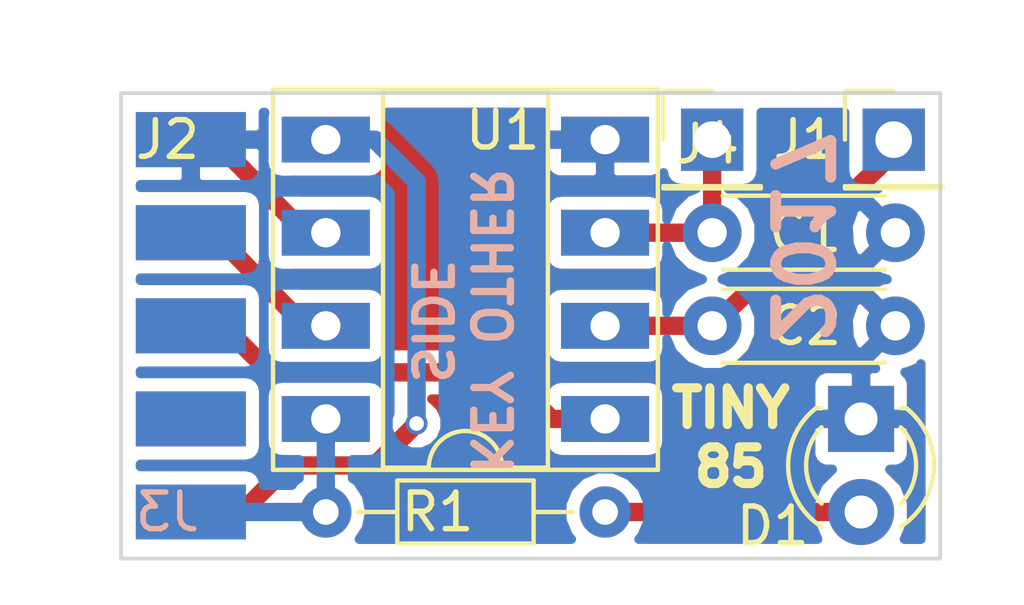
<source format=kicad_pcb>
(kicad_pcb (version 4) (host pcbnew 4.0.6)

  (general
    (links 15)
    (no_connects 0)
    (area 125.73 100.33 155.528334 117.705)
    (thickness 1.6)
    (drawings 15)
    (tracks 37)
    (zones 0)
    (modules 9)
    (nets 14)
  )

  (page A4)
  (layers
    (0 F.Cu signal)
    (31 B.Cu signal)
    (32 B.Adhes user)
    (33 F.Adhes user)
    (34 B.Paste user)
    (35 F.Paste user)
    (36 B.SilkS user)
    (37 F.SilkS user)
    (38 B.Mask user)
    (39 F.Mask user)
    (40 Dwgs.User user)
    (41 Cmts.User user)
    (42 Eco1.User user)
    (43 Eco2.User user hide)
    (44 Edge.Cuts user)
    (45 Margin user)
    (46 B.CrtYd user hide)
    (47 F.CrtYd user)
    (48 B.Fab user)
    (49 F.Fab user hide)
  )

  (setup
    (last_trace_width 0.5)
    (trace_clearance 0.2)
    (zone_clearance 0.35)
    (zone_45_only no)
    (trace_min 0.2)
    (segment_width 0.2)
    (edge_width 0.1)
    (via_size 0.6)
    (via_drill 0.4)
    (via_min_size 0.4)
    (via_min_drill 0.3)
    (uvia_size 0.3)
    (uvia_drill 0.1)
    (uvias_allowed no)
    (uvia_min_size 0.2)
    (uvia_min_drill 0.1)
    (pcb_text_width 0.3)
    (pcb_text_size 1.5 1.5)
    (mod_edge_width 0.15)
    (mod_text_size 1 1)
    (mod_text_width 0.15)
    (pad_size 1.5 1.5)
    (pad_drill 0.6)
    (pad_to_mask_clearance 0)
    (aux_axis_origin 0 0)
    (visible_elements 7FFFFFFF)
    (pcbplotparams
      (layerselection 0x00030_80000001)
      (usegerberextensions false)
      (excludeedgelayer true)
      (linewidth 0.100000)
      (plotframeref false)
      (viasonmask false)
      (mode 1)
      (useauxorigin false)
      (hpglpennumber 1)
      (hpglpenspeed 20)
      (hpglpendiameter 15)
      (hpglpenoverlay 2)
      (psnegative false)
      (psa4output false)
      (plotreference true)
      (plotvalue true)
      (plotinvisibletext false)
      (padsonsilk false)
      (subtractmaskfromsilk false)
      (outputformat 1)
      (mirror false)
      (drillshape 1)
      (scaleselection 1)
      (outputdirectory ""))
  )

  (net 0 "")
  (net 1 GND)
  (net 2 "Net-(D1-Pad2)")
  (net 3 "Net-(J2-Pad1)")
  (net 4 "Net-(J2-Pad3)")
  (net 5 "Net-(J2-Pad5)")
  (net 6 "Net-(J2-Pad2)")
  (net 7 "Net-(J2-Pad4)")
  (net 8 "Net-(J3-Pad3)")
  (net 9 "Net-(J3-Pad2)")
  (net 10 "Net-(J3-Pad4)")
  (net 11 "Net-(J3-Pad1)")
  (net 12 "Net-(C1-Pad1)")
  (net 13 "Net-(C2-Pad1)")

  (net_class Default "This is the default net class."
    (clearance 0.2)
    (trace_width 0.5)
    (via_dia 0.6)
    (via_drill 0.4)
    (uvia_dia 0.3)
    (uvia_drill 0.1)
    (add_net GND)
    (add_net "Net-(C1-Pad1)")
    (add_net "Net-(C2-Pad1)")
    (add_net "Net-(D1-Pad2)")
    (add_net "Net-(J2-Pad1)")
    (add_net "Net-(J2-Pad2)")
    (add_net "Net-(J2-Pad3)")
    (add_net "Net-(J2-Pad4)")
    (add_net "Net-(J2-Pad5)")
    (add_net "Net-(J3-Pad1)")
    (add_net "Net-(J3-Pad2)")
    (add_net "Net-(J3-Pad3)")
    (add_net "Net-(J3-Pad4)")
  )

  (module Pin_Headers:Pin_Header_Straight_1x05_Pitch2.54mm_SMD_Pin1Left (layer B.Cu) (tedit 5A06B4E0) (tstamp 5A06A26D)
    (at 130.937 109.22)
    (descr "surface-mounted straight pin header, 1x05, 2.54mm pitch, single row, style 1 (pin 1 left)")
    (tags "Surface mounted pin header SMD 1x05 2.54mm single row style1 pin1 left")
    (path /5A069E1A)
    (attr smd)
    (fp_text reference J3 (at -0.635 5.08) (layer B.SilkS)
      (effects (font (size 1 1) (thickness 0.15)) (justify mirror))
    )
    (fp_text value CONN_01X05 (at 0 -7.41) (layer B.Fab)
      (effects (font (size 1 1) (thickness 0.15)) (justify mirror))
    )
    (fp_line (start -3.45 6.85) (end -3.45 -6.85) (layer B.CrtYd) (width 0.05))
    (fp_line (start -3.45 -6.85) (end 3.45 -6.85) (layer B.CrtYd) (width 0.05))
    (fp_line (start 3.45 -6.85) (end 3.45 6.85) (layer B.CrtYd) (width 0.05))
    (fp_line (start 3.45 6.85) (end -3.45 6.85) (layer B.CrtYd) (width 0.05))
    (fp_text user %R (at 0 0 270) (layer B.Fab)
      (effects (font (size 1 1) (thickness 0.15)) (justify mirror))
    )
    (pad 1 smd rect (at 0 5.08) (size 3 1.5) (layers B.Cu B.Paste B.Mask)
      (net 11 "Net-(J3-Pad1)"))
    (pad 3 smd rect (at 0 0) (size 3 1.5) (layers B.Cu B.Paste B.Mask)
      (net 8 "Net-(J3-Pad3)"))
    (pad 5 smd rect (at 0 -5.08) (size 3 1.5) (layers B.Cu B.Paste B.Mask)
      (net 1 GND))
    (pad 2 smd rect (at 0 2.54) (size 3 1.5) (layers B.Cu B.Paste B.Mask)
      (net 9 "Net-(J3-Pad2)"))
    (pad 4 smd rect (at 0 -2.54) (size 3 1.5) (layers B.Cu B.Paste B.Mask)
      (net 10 "Net-(J3-Pad4)"))
    (model ${KISYS3DMOD}/Pin_Headers.3dshapes/Pin_Header_Straight_1x05_Pitch2.54mm_SMD_Pin1Left.wrl
      (at (xyz 0 0 0))
      (scale (xyz 1 1 1))
      (rotate (xyz 0 0 0))
    )
  )

  (module Housings_DIP:DIP-8_W7.62mm_Socket_LongPads (layer F.Cu) (tedit 5A06B4EA) (tstamp 5A06A046)
    (at 142.24 111.76 180)
    (descr "8-lead though-hole mounted DIP package, row spacing 7.62 mm (300 mils), Socket, LongPads")
    (tags "THT DIP DIL PDIP 2.54mm 7.62mm 300mil Socket LongPads")
    (path /5A06235D)
    (fp_text reference U1 (at 2.794 7.874 180) (layer F.SilkS)
      (effects (font (size 1 1) (thickness 0.15)))
    )
    (fp_text value ATTINY85-20PU (at 3.81 9.95 180) (layer F.Fab)
      (effects (font (size 1 1) (thickness 0.15)))
    )
    (fp_arc (start 3.81 -1.33) (end 2.81 -1.33) (angle -180) (layer F.SilkS) (width 0.12))
    (fp_line (start 1.635 -1.27) (end 6.985 -1.27) (layer F.Fab) (width 0.1))
    (fp_line (start 6.985 -1.27) (end 6.985 8.89) (layer F.Fab) (width 0.1))
    (fp_line (start 6.985 8.89) (end 0.635 8.89) (layer F.Fab) (width 0.1))
    (fp_line (start 0.635 8.89) (end 0.635 -0.27) (layer F.Fab) (width 0.1))
    (fp_line (start 0.635 -0.27) (end 1.635 -1.27) (layer F.Fab) (width 0.1))
    (fp_line (start -1.27 -1.33) (end -1.27 8.95) (layer F.Fab) (width 0.1))
    (fp_line (start -1.27 8.95) (end 8.89 8.95) (layer F.Fab) (width 0.1))
    (fp_line (start 8.89 8.95) (end 8.89 -1.33) (layer F.Fab) (width 0.1))
    (fp_line (start 8.89 -1.33) (end -1.27 -1.33) (layer F.Fab) (width 0.1))
    (fp_line (start 2.81 -1.33) (end 1.56 -1.33) (layer F.SilkS) (width 0.12))
    (fp_line (start 1.56 -1.33) (end 1.56 8.95) (layer F.SilkS) (width 0.12))
    (fp_line (start 1.56 8.95) (end 6.06 8.95) (layer F.SilkS) (width 0.12))
    (fp_line (start 6.06 8.95) (end 6.06 -1.33) (layer F.SilkS) (width 0.12))
    (fp_line (start 6.06 -1.33) (end 4.81 -1.33) (layer F.SilkS) (width 0.12))
    (fp_line (start -1.44 -1.39) (end -1.44 9.01) (layer F.SilkS) (width 0.12))
    (fp_line (start -1.44 9.01) (end 9.06 9.01) (layer F.SilkS) (width 0.12))
    (fp_line (start 9.06 9.01) (end 9.06 -1.39) (layer F.SilkS) (width 0.12))
    (fp_line (start 9.06 -1.39) (end -1.44 -1.39) (layer F.SilkS) (width 0.12))
    (fp_line (start -1.55 -1.6) (end -1.55 9.2) (layer F.CrtYd) (width 0.05))
    (fp_line (start -1.55 9.2) (end 9.15 9.2) (layer F.CrtYd) (width 0.05))
    (fp_line (start 9.15 9.2) (end 9.15 -1.6) (layer F.CrtYd) (width 0.05))
    (fp_line (start 9.15 -1.6) (end -1.55 -1.6) (layer F.CrtYd) (width 0.05))
    (fp_text user %R (at 3.81 3.81 180) (layer F.Fab)
      (effects (font (size 1 1) (thickness 0.15)))
    )
    (pad 1 thru_hole rect (at 0 0 180) (size 2.4 1.25) (drill 0.8) (layers *.Cu *.Mask)
      (net 4 "Net-(J2-Pad3)"))
    (pad 5 thru_hole rect (at 7.62 7.62 180) (size 2.4 1.25) (drill 0.8) (layers *.Cu *.Mask)
      (net 5 "Net-(J2-Pad5)"))
    (pad 2 thru_hole rect (at 0 2.54 180) (size 2.4 1.25) (drill 0.8) (layers *.Cu *.Mask)
      (net 13 "Net-(C2-Pad1)"))
    (pad 6 thru_hole rect (at 7.62 5.08 180) (size 2.4 1.25) (drill 0.8) (layers *.Cu *.Mask)
      (net 3 "Net-(J2-Pad1)"))
    (pad 3 thru_hole rect (at 0 5.08 180) (size 2.4 1.25) (drill 0.8) (layers *.Cu *.Mask)
      (net 12 "Net-(C1-Pad1)"))
    (pad 7 thru_hole rect (at 7.62 2.54 180) (size 2.4 1.25) (drill 0.8) (layers *.Cu *.Mask)
      (net 6 "Net-(J2-Pad2)"))
    (pad 4 thru_hole rect (at 0 7.62 180) (size 2.4 1.25) (drill 0.8) (layers *.Cu *.Mask)
      (net 1 GND))
    (pad 8 thru_hole rect (at 7.62 0 180) (size 2.4 1.25) (drill 0.8) (layers *.Cu *.Mask)
      (net 11 "Net-(J3-Pad1)"))
    (model ${KISYS3DMOD}/Housings_DIP.3dshapes/DIP-8_W7.62mm_Socket.wrl
      (at (xyz 0 0 0))
      (scale (xyz 1 1 1))
      (rotate (xyz 0 0 0))
    )
  )

  (module Pin_Headers:Pin_Header_Straight_1x05_Pitch2.54mm_SMD_Pin1Left (layer F.Cu) (tedit 5A06B4E2) (tstamp 5A06A02B)
    (at 130.937 109.22)
    (descr "surface-mounted straight pin header, 1x05, 2.54mm pitch, single row, style 1 (pin 1 left)")
    (tags "Surface mounted pin header SMD 1x05 2.54mm single row style1 pin1 left")
    (path /5A069DCD)
    (attr smd)
    (fp_text reference J2 (at -0.635 -5.08) (layer F.SilkS)
      (effects (font (size 1 1) (thickness 0.15)))
    )
    (fp_text value CONN_01X05 (at 0 7.41) (layer F.Fab)
      (effects (font (size 1 1) (thickness 0.15)))
    )
    (fp_line (start -3.45 -6.85) (end -3.45 6.85) (layer F.CrtYd) (width 0.05))
    (fp_line (start -3.45 6.85) (end 3.45 6.85) (layer F.CrtYd) (width 0.05))
    (fp_line (start 3.45 6.85) (end 3.45 -6.85) (layer F.CrtYd) (width 0.05))
    (fp_line (start 3.45 -6.85) (end -3.45 -6.85) (layer F.CrtYd) (width 0.05))
    (fp_text user %R (at 0 0 90) (layer F.Fab)
      (effects (font (size 1 1) (thickness 0.15)))
    )
    (pad 1 smd rect (at 0 -5.08) (size 3 1.5) (layers F.Cu F.Paste F.Mask)
      (net 3 "Net-(J2-Pad1)"))
    (pad 3 smd rect (at 0 0) (size 3 1.5) (layers F.Cu F.Paste F.Mask)
      (net 4 "Net-(J2-Pad3)"))
    (pad 5 smd rect (at 0 5.08) (size 3 1.5) (layers F.Cu F.Paste F.Mask)
      (net 5 "Net-(J2-Pad5)"))
    (pad 2 smd rect (at 0 -2.54) (size 3 1.5) (layers F.Cu F.Paste F.Mask)
      (net 6 "Net-(J2-Pad2)"))
    (pad 4 smd rect (at 0 2.54) (size 3 1.5) (layers F.Cu F.Paste F.Mask)
      (net 7 "Net-(J2-Pad4)"))
    (model ${KISYS3DMOD}/Pin_Headers.3dshapes/Pin_Header_Straight_1x05_Pitch2.54mm_SMD_Pin1Left.wrl
      (at (xyz 0 0 0))
      (scale (xyz 1 1 1))
      (rotate (xyz 0 0 0))
    )
  )

  (module LEDs:LED_D3.0mm (layer F.Cu) (tedit 5A08D8C9) (tstamp 5A06A01C)
    (at 149.225 111.76 270)
    (descr "LED, diameter 3.0mm, 2 pins")
    (tags "LED diameter 3.0mm 2 pins")
    (path /5A06278B)
    (fp_text reference D1 (at 2.921 2.413 540) (layer F.SilkS)
      (effects (font (size 1 1) (thickness 0.15)))
    )
    (fp_text value LED (at 1.27 2.96 270) (layer F.Fab)
      (effects (font (size 1 1) (thickness 0.15)))
    )
    (fp_arc (start 1.27 0) (end -0.23 -1.16619) (angle 284.3) (layer F.Fab) (width 0.1))
    (fp_arc (start 1.27 0) (end -0.29 -1.235516) (angle 108.8) (layer F.SilkS) (width 0.12))
    (fp_arc (start 1.27 0) (end -0.29 1.235516) (angle -108.8) (layer F.SilkS) (width 0.12))
    (fp_arc (start 1.27 0) (end 0.229039 -1.08) (angle 87.9) (layer F.SilkS) (width 0.12))
    (fp_arc (start 1.27 0) (end 0.229039 1.08) (angle -87.9) (layer F.SilkS) (width 0.12))
    (fp_circle (center 1.27 0) (end 2.77 0) (layer F.Fab) (width 0.1))
    (fp_line (start -0.23 -1.16619) (end -0.23 1.16619) (layer F.Fab) (width 0.1))
    (fp_line (start -0.29 -1.236) (end -0.29 -1.08) (layer F.SilkS) (width 0.12))
    (fp_line (start -0.29 1.08) (end -0.29 1.236) (layer F.SilkS) (width 0.12))
    (fp_line (start -1.15 -2.25) (end -1.15 2.25) (layer F.CrtYd) (width 0.05))
    (fp_line (start -1.15 2.25) (end 3.7 2.25) (layer F.CrtYd) (width 0.05))
    (fp_line (start 3.7 2.25) (end 3.7 -2.25) (layer F.CrtYd) (width 0.05))
    (fp_line (start 3.7 -2.25) (end -1.15 -2.25) (layer F.CrtYd) (width 0.05))
    (pad 1 thru_hole rect (at 0 0 270) (size 1.8 1.8) (drill 0.9) (layers *.Cu *.Mask)
      (net 1 GND))
    (pad 2 thru_hole circle (at 2.54 0 270) (size 1.8 1.8) (drill 0.9) (layers *.Cu *.Mask)
      (net 2 "Net-(D1-Pad2)"))
    (model ${KISYS3DMOD}/LEDs.3dshapes/LED_D3.0mm.wrl
      (at (xyz 0 0 0))
      (scale (xyz 0.393701 0.393701 0.393701))
      (rotate (xyz 0 0 0))
    )
  )

  (module Resistors_THT:R_Axial_DIN0204_L3.6mm_D1.6mm_P7.62mm_Horizontal (layer F.Cu) (tedit 5A06B4E7) (tstamp 5A06A03A)
    (at 142.24 114.3 180)
    (descr "Resistor, Axial_DIN0204 series, Axial, Horizontal, pin pitch=7.62mm, 0.16666666666666666W = 1/6W, length*diameter=3.6*1.6mm^2, http://cdn-reichelt.de/documents/datenblatt/B400/1_4W%23YAG.pdf")
    (tags "Resistor Axial_DIN0204 series Axial Horizontal pin pitch 7.62mm 0.16666666666666666W = 1/6W length 3.6mm diameter 1.6mm")
    (path /5A06274B)
    (fp_text reference R1 (at 4.572 0 180) (layer F.SilkS)
      (effects (font (size 1 1) (thickness 0.15)))
    )
    (fp_text value R (at 3.81 1.86 180) (layer F.Fab)
      (effects (font (size 1 1) (thickness 0.15)))
    )
    (fp_line (start 2.01 -0.8) (end 2.01 0.8) (layer F.Fab) (width 0.1))
    (fp_line (start 2.01 0.8) (end 5.61 0.8) (layer F.Fab) (width 0.1))
    (fp_line (start 5.61 0.8) (end 5.61 -0.8) (layer F.Fab) (width 0.1))
    (fp_line (start 5.61 -0.8) (end 2.01 -0.8) (layer F.Fab) (width 0.1))
    (fp_line (start 0 0) (end 2.01 0) (layer F.Fab) (width 0.1))
    (fp_line (start 7.62 0) (end 5.61 0) (layer F.Fab) (width 0.1))
    (fp_line (start 1.95 -0.86) (end 1.95 0.86) (layer F.SilkS) (width 0.12))
    (fp_line (start 1.95 0.86) (end 5.67 0.86) (layer F.SilkS) (width 0.12))
    (fp_line (start 5.67 0.86) (end 5.67 -0.86) (layer F.SilkS) (width 0.12))
    (fp_line (start 5.67 -0.86) (end 1.95 -0.86) (layer F.SilkS) (width 0.12))
    (fp_line (start 0.88 0) (end 1.95 0) (layer F.SilkS) (width 0.12))
    (fp_line (start 6.74 0) (end 5.67 0) (layer F.SilkS) (width 0.12))
    (fp_line (start -0.95 -1.15) (end -0.95 1.15) (layer F.CrtYd) (width 0.05))
    (fp_line (start -0.95 1.15) (end 8.6 1.15) (layer F.CrtYd) (width 0.05))
    (fp_line (start 8.6 1.15) (end 8.6 -1.15) (layer F.CrtYd) (width 0.05))
    (fp_line (start 8.6 -1.15) (end -0.95 -1.15) (layer F.CrtYd) (width 0.05))
    (pad 1 thru_hole circle (at 0 0 180) (size 1.4 1.4) (drill 0.7) (layers *.Cu *.Mask)
      (net 2 "Net-(D1-Pad2)"))
    (pad 2 thru_hole oval (at 7.62 0 180) (size 1.4 1.4) (drill 0.7) (layers *.Cu *.Mask)
      (net 11 "Net-(J3-Pad1)"))
    (model ${KISYS3DMOD}/Resistors_THT.3dshapes/R_Axial_DIN0204_L3.6mm_D1.6mm_P7.62mm_Horizontal.wrl
      (at (xyz 0 0 0))
      (scale (xyz 0.393701 0.393701 0.393701))
      (rotate (xyz 0 0 0))
    )
  )

  (module Capacitors_THT:C_Disc_D4.3mm_W1.9mm_P5.00mm (layer F.Cu) (tedit 5A06BF96) (tstamp 5A06BDCC)
    (at 145.161 106.68)
    (descr "C, Disc series, Radial, pin pitch=5.00mm, , diameter*width=4.3*1.9mm^2, Capacitor, http://www.vishay.com/docs/45233/krseries.pdf")
    (tags "C Disc series Radial pin pitch 5.00mm  diameter 4.3mm width 1.9mm Capacitor")
    (path /5A06C14C)
    (fp_text reference C1 (at 2.54 0) (layer F.SilkS)
      (effects (font (size 1 1) (thickness 0.15)))
    )
    (fp_text value C_Small (at 2.5 2.26) (layer F.Fab)
      (effects (font (size 1 1) (thickness 0.15)))
    )
    (fp_line (start 0.35 -0.95) (end 0.35 0.95) (layer F.Fab) (width 0.1))
    (fp_line (start 0.35 0.95) (end 4.65 0.95) (layer F.Fab) (width 0.1))
    (fp_line (start 4.65 0.95) (end 4.65 -0.95) (layer F.Fab) (width 0.1))
    (fp_line (start 4.65 -0.95) (end 0.35 -0.95) (layer F.Fab) (width 0.1))
    (fp_line (start 0.29 -1.01) (end 4.71 -1.01) (layer F.SilkS) (width 0.12))
    (fp_line (start 0.29 1.01) (end 4.71 1.01) (layer F.SilkS) (width 0.12))
    (fp_line (start 0.29 -1.01) (end 0.29 -0.996) (layer F.SilkS) (width 0.12))
    (fp_line (start 0.29 0.996) (end 0.29 1.01) (layer F.SilkS) (width 0.12))
    (fp_line (start 4.71 -1.01) (end 4.71 -0.996) (layer F.SilkS) (width 0.12))
    (fp_line (start 4.71 0.996) (end 4.71 1.01) (layer F.SilkS) (width 0.12))
    (fp_line (start -1.05 -1.3) (end -1.05 1.3) (layer F.CrtYd) (width 0.05))
    (fp_line (start -1.05 1.3) (end 6.05 1.3) (layer F.CrtYd) (width 0.05))
    (fp_line (start 6.05 1.3) (end 6.05 -1.3) (layer F.CrtYd) (width 0.05))
    (fp_line (start 6.05 -1.3) (end -1.05 -1.3) (layer F.CrtYd) (width 0.05))
    (fp_text user %R (at 2.5 0) (layer F.Fab)
      (effects (font (size 1 1) (thickness 0.15)))
    )
    (pad 1 thru_hole circle (at 0 0) (size 1.6 1.6) (drill 0.8) (layers *.Cu *.Mask)
      (net 12 "Net-(C1-Pad1)"))
    (pad 2 thru_hole circle (at 5 0) (size 1.6 1.6) (drill 0.8) (layers *.Cu *.Mask)
      (net 1 GND))
    (model ${KISYS3DMOD}/Capacitors_THT.3dshapes/C_Disc_D4.3mm_W1.9mm_P5.00mm.wrl
      (at (xyz 0 0 0))
      (scale (xyz 1 1 1))
      (rotate (xyz 0 0 0))
    )
  )

  (module Capacitors_THT:C_Disc_D4.3mm_W1.9mm_P5.00mm (layer F.Cu) (tedit 5A06BF90) (tstamp 5A06BDD2)
    (at 145.161 109.22)
    (descr "C, Disc series, Radial, pin pitch=5.00mm, , diameter*width=4.3*1.9mm^2, Capacitor, http://www.vishay.com/docs/45233/krseries.pdf")
    (tags "C Disc series Radial pin pitch 5.00mm  diameter 4.3mm width 1.9mm Capacitor")
    (path /5A06C1E5)
    (fp_text reference C2 (at 2.54 0) (layer F.SilkS)
      (effects (font (size 1 1) (thickness 0.15)))
    )
    (fp_text value C_Small (at 2.5 2.26) (layer F.Fab)
      (effects (font (size 1 1) (thickness 0.15)))
    )
    (fp_line (start 0.35 -0.95) (end 0.35 0.95) (layer F.Fab) (width 0.1))
    (fp_line (start 0.35 0.95) (end 4.65 0.95) (layer F.Fab) (width 0.1))
    (fp_line (start 4.65 0.95) (end 4.65 -0.95) (layer F.Fab) (width 0.1))
    (fp_line (start 4.65 -0.95) (end 0.35 -0.95) (layer F.Fab) (width 0.1))
    (fp_line (start 0.29 -1.01) (end 4.71 -1.01) (layer F.SilkS) (width 0.12))
    (fp_line (start 0.29 1.01) (end 4.71 1.01) (layer F.SilkS) (width 0.12))
    (fp_line (start 0.29 -1.01) (end 0.29 -0.996) (layer F.SilkS) (width 0.12))
    (fp_line (start 0.29 0.996) (end 0.29 1.01) (layer F.SilkS) (width 0.12))
    (fp_line (start 4.71 -1.01) (end 4.71 -0.996) (layer F.SilkS) (width 0.12))
    (fp_line (start 4.71 0.996) (end 4.71 1.01) (layer F.SilkS) (width 0.12))
    (fp_line (start -1.05 -1.3) (end -1.05 1.3) (layer F.CrtYd) (width 0.05))
    (fp_line (start -1.05 1.3) (end 6.05 1.3) (layer F.CrtYd) (width 0.05))
    (fp_line (start 6.05 1.3) (end 6.05 -1.3) (layer F.CrtYd) (width 0.05))
    (fp_line (start 6.05 -1.3) (end -1.05 -1.3) (layer F.CrtYd) (width 0.05))
    (fp_text user %R (at 2.5 0) (layer F.Fab)
      (effects (font (size 1 1) (thickness 0.15)))
    )
    (pad 1 thru_hole circle (at 0 0) (size 1.6 1.6) (drill 0.8) (layers *.Cu *.Mask)
      (net 13 "Net-(C2-Pad1)"))
    (pad 2 thru_hole circle (at 5 0) (size 1.6 1.6) (drill 0.8) (layers *.Cu *.Mask)
      (net 1 GND))
    (model ${KISYS3DMOD}/Capacitors_THT.3dshapes/C_Disc_D4.3mm_W1.9mm_P5.00mm.wrl
      (at (xyz 0 0 0))
      (scale (xyz 1 1 1))
      (rotate (xyz 0 0 0))
    )
  )

  (module Pin_Headers:Pin_Header_Straight_1x01_Pitch2.54mm (layer F.Cu) (tedit 5A06BFC6) (tstamp 5A06BDD7)
    (at 150.114 104.14)
    (descr "Through hole straight pin header, 1x01, 2.54mm pitch, single row")
    (tags "Through hole pin header THT 1x01 2.54mm single row")
    (path /5A06C36C)
    (fp_text reference J4 (at -5.08 0.127) (layer F.SilkS)
      (effects (font (size 1 1) (thickness 0.15)))
    )
    (fp_text value CONN_01X01 (at 0 2.33) (layer F.Fab)
      (effects (font (size 1 1) (thickness 0.15)))
    )
    (fp_line (start -0.635 -1.27) (end 1.27 -1.27) (layer F.Fab) (width 0.1))
    (fp_line (start 1.27 -1.27) (end 1.27 1.27) (layer F.Fab) (width 0.1))
    (fp_line (start 1.27 1.27) (end -1.27 1.27) (layer F.Fab) (width 0.1))
    (fp_line (start -1.27 1.27) (end -1.27 -0.635) (layer F.Fab) (width 0.1))
    (fp_line (start -1.27 -0.635) (end -0.635 -1.27) (layer F.Fab) (width 0.1))
    (fp_line (start -1.33 1.33) (end 1.33 1.33) (layer F.SilkS) (width 0.12))
    (fp_line (start -1.33 1.27) (end -1.33 1.33) (layer F.SilkS) (width 0.12))
    (fp_line (start 1.33 1.27) (end 1.33 1.33) (layer F.SilkS) (width 0.12))
    (fp_line (start -1.33 1.27) (end 1.33 1.27) (layer F.SilkS) (width 0.12))
    (fp_line (start -1.33 0) (end -1.33 -1.33) (layer F.SilkS) (width 0.12))
    (fp_line (start -1.33 -1.33) (end 0 -1.33) (layer F.SilkS) (width 0.12))
    (fp_line (start -1.8 -1.8) (end -1.8 1.8) (layer F.CrtYd) (width 0.05))
    (fp_line (start -1.8 1.8) (end 1.8 1.8) (layer F.CrtYd) (width 0.05))
    (fp_line (start 1.8 1.8) (end 1.8 -1.8) (layer F.CrtYd) (width 0.05))
    (fp_line (start 1.8 -1.8) (end -1.8 -1.8) (layer F.CrtYd) (width 0.05))
    (fp_text user %R (at 0 0 90) (layer F.Fab)
      (effects (font (size 1 1) (thickness 0.15)))
    )
    (pad 1 thru_hole rect (at 0 0) (size 1.7 1.7) (drill 1) (layers *.Cu *.Mask)
      (net 13 "Net-(C2-Pad1)"))
    (model ${KISYS3DMOD}/Pin_Headers.3dshapes/Pin_Header_Straight_1x01_Pitch2.54mm.wrl
      (at (xyz 0 0 0))
      (scale (xyz 1 1 1))
      (rotate (xyz 0 0 0))
    )
  )

  (module Pin_Headers:Pin_Header_Straight_1x01_Pitch2.54mm (layer F.Cu) (tedit 5A06BFCA) (tstamp 5A06BE02)
    (at 145.161 104.14)
    (descr "Through hole straight pin header, 1x01, 2.54mm pitch, single row")
    (tags "Through hole pin header THT 1x01 2.54mm single row")
    (path /5A06C29B)
    (fp_text reference J1 (at 2.54 0) (layer F.SilkS)
      (effects (font (size 1 1) (thickness 0.15)))
    )
    (fp_text value CONN_01X01 (at 0 2.33) (layer F.Fab)
      (effects (font (size 1 1) (thickness 0.15)))
    )
    (fp_line (start -0.635 -1.27) (end 1.27 -1.27) (layer F.Fab) (width 0.1))
    (fp_line (start 1.27 -1.27) (end 1.27 1.27) (layer F.Fab) (width 0.1))
    (fp_line (start 1.27 1.27) (end -1.27 1.27) (layer F.Fab) (width 0.1))
    (fp_line (start -1.27 1.27) (end -1.27 -0.635) (layer F.Fab) (width 0.1))
    (fp_line (start -1.27 -0.635) (end -0.635 -1.27) (layer F.Fab) (width 0.1))
    (fp_line (start -1.33 1.33) (end 1.33 1.33) (layer F.SilkS) (width 0.12))
    (fp_line (start -1.33 1.27) (end -1.33 1.33) (layer F.SilkS) (width 0.12))
    (fp_line (start 1.33 1.27) (end 1.33 1.33) (layer F.SilkS) (width 0.12))
    (fp_line (start -1.33 1.27) (end 1.33 1.27) (layer F.SilkS) (width 0.12))
    (fp_line (start -1.33 0) (end -1.33 -1.33) (layer F.SilkS) (width 0.12))
    (fp_line (start -1.33 -1.33) (end 0 -1.33) (layer F.SilkS) (width 0.12))
    (fp_line (start -1.8 -1.8) (end -1.8 1.8) (layer F.CrtYd) (width 0.05))
    (fp_line (start -1.8 1.8) (end 1.8 1.8) (layer F.CrtYd) (width 0.05))
    (fp_line (start 1.8 1.8) (end 1.8 -1.8) (layer F.CrtYd) (width 0.05))
    (fp_line (start 1.8 -1.8) (end -1.8 -1.8) (layer F.CrtYd) (width 0.05))
    (fp_text user %R (at 0 0 90) (layer F.Fab)
      (effects (font (size 1 1) (thickness 0.15)))
    )
    (pad 1 thru_hole rect (at 0 0) (size 1.7 1.7) (drill 1) (layers *.Cu *.Mask)
      (net 12 "Net-(C1-Pad1)"))
    (model ${KISYS3DMOD}/Pin_Headers.3dshapes/Pin_Header_Straight_1x01_Pitch2.54mm.wrl
      (at (xyz 0 0 0))
      (scale (xyz 1 1 1))
      (rotate (xyz 0 0 0))
    )
  )

  (gr_text 2017 (at 147.574 106.807 270) (layer B.SilkS)
    (effects (font (size 1.5 1.5) (thickness 0.3)) (justify mirror))
  )
  (gr_line (start 151.384 102.87) (end 148.082 102.87) (angle 90) (layer Edge.Cuts) (width 0.1))
  (gr_line (start 148.082 115.57) (end 151.384 115.57) (angle 90) (layer Edge.Cuts) (width 0.1))
  (gr_text "KEY OTHER\nSIDE" (at 138.303 109.093 270) (layer B.SilkS)
    (effects (font (size 1 1) (thickness 0.2)) (justify mirror))
  )
  (gr_text "TINY\n85" (at 145.669 112.268) (layer F.SilkS)
    (effects (font (size 1 1) (thickness 0.25)))
  )
  (gr_line (start 129.032 115.57) (end 129.032 102.87) (angle 90) (layer Edge.Cuts) (width 0.1))
  (gr_line (start 151.384 102.87) (end 151.384 115.57) (angle 90) (layer Edge.Cuts) (width 0.1))
  (gr_line (start 147.574 115.57) (end 148.082 115.57) (angle 90) (layer Edge.Cuts) (width 0.1))
  (gr_line (start 147.574 102.87) (end 148.082 102.87) (angle 90) (layer Edge.Cuts) (width 0.1))
  (gr_line (start 129.286 115.57) (end 129.032 115.57) (angle 90) (layer Edge.Cuts) (width 0.1))
  (gr_line (start 129.286 102.87) (end 129.032 102.87) (angle 90) (layer Edge.Cuts) (width 0.1))
  (gr_line (start 147.32 102.87) (end 147.574 102.87) (angle 90) (layer Edge.Cuts) (width 0.1))
  (gr_line (start 147.32 115.57) (end 147.574 115.57) (angle 90) (layer Edge.Cuts) (width 0.1))
  (gr_line (start 147.32 102.87) (end 129.286 102.87) (angle 90) (layer Edge.Cuts) (width 0.1))
  (gr_line (start 129.286 115.57) (end 147.32 115.57) (angle 90) (layer Edge.Cuts) (width 0.1))

  (segment (start 142.24 114.3) (end 149.225 114.3) (width 0.5) (layer F.Cu) (net 2) (status 20))
  (segment (start 130.937 104.14) (end 131.572 104.14) (width 0.5) (layer F.Cu) (net 3) (status 30))
  (segment (start 131.572 104.14) (end 134.0485 106.68) (width 0.5) (layer F.Cu) (net 3) (tstamp 5A06B13E) (status 10))
  (segment (start 134.0485 106.68) (end 134.62 106.68) (width 0.5) (layer F.Cu) (net 3) (tstamp 5A06B13F))
  (segment (start 131.318 104.0765) (end 130.937 104.14) (width 0.5) (layer F.Cu) (net 3) (tstamp 5A06AC4F) (status 30))
  (segment (start 134.62 106.68) (end 133.858 106.68) (width 0.5) (layer F.Cu) (net 3))
  (segment (start 131.191 104.394) (end 130.937 104.14) (width 0.5) (layer F.Cu) (net 3) (tstamp 5A06A4F4) (status 30))
  (segment (start 130.937 109.22) (end 131.826 109.22) (width 0.5) (layer F.Cu) (net 4))
  (segment (start 131.826 109.22) (end 133.096 110.49) (width 0.5) (layer F.Cu) (net 4) (tstamp 5A06B1C6))
  (segment (start 140.7795 111.76) (end 142.24 111.76) (width 0.5) (layer F.Cu) (net 4) (tstamp 5A06B1D0))
  (segment (start 139.5095 110.49) (end 140.7795 111.76) (width 0.5) (layer F.Cu) (net 4) (tstamp 5A06B1CC))
  (segment (start 133.096 110.49) (end 139.5095 110.49) (width 0.5) (layer F.Cu) (net 4) (tstamp 5A06B1C8))
  (segment (start 130.937 109.22) (end 131.826 109.1565) (width 0.5) (layer F.Cu) (net 4) (status 30))
  (segment (start 131.318 109.601) (end 130.937 109.601) (width 0.5) (layer F.Cu) (net 4) (tstamp 5A06A610) (status 30))
  (segment (start 130.937 114.3) (end 132.334 114.3) (width 0.5) (layer F.Cu) (net 5))
  (segment (start 132.334 114.3) (end 133.604 113.03) (width 0.5) (layer F.Cu) (net 5) (tstamp 5A06B195))
  (segment (start 135.9535 104.14) (end 134.62 104.14) (width 0.5) (layer B.Cu) (net 5) (tstamp 5A06B1A2))
  (segment (start 137.0965 105.283) (end 135.9535 104.14) (width 0.5) (layer B.Cu) (net 5) (tstamp 5A06B19C))
  (segment (start 137.0965 111.887) (end 137.0965 105.283) (width 0.5) (layer B.Cu) (net 5) (tstamp 5A06B19B))
  (via (at 137.0965 111.887) (size 0.6) (drill 0.4) (layers F.Cu B.Cu) (net 5))
  (segment (start 135.9535 113.03) (end 137.0965 111.887) (width 0.5) (layer F.Cu) (net 5) (tstamp 5A06B199))
  (segment (start 133.604 113.03) (end 135.9535 113.03) (width 0.5) (layer F.Cu) (net 5) (tstamp 5A06B197))
  (segment (start 132.207 114.3) (end 130.937 114.3) (width 0.5) (layer F.Cu) (net 5) (tstamp 5A06B0B9) (status 30))
  (segment (start 133.9215 104.14) (end 134.62 104.14) (width 0.5) (layer B.Cu) (net 5) (tstamp 5A06ACAB))
  (segment (start 130.937 114.3) (end 129.794 114.3) (width 0.5) (layer F.Cu) (net 5) (status 30))
  (segment (start 130.937 106.68) (end 131.572 106.68) (width 0.5) (layer F.Cu) (net 6) (status 30))
  (segment (start 131.572 106.68) (end 134.0485 109.22) (width 0.5) (layer F.Cu) (net 6) (tstamp 5A06B13A) (status 10))
  (segment (start 134.0485 109.22) (end 134.62 109.22) (width 0.5) (layer F.Cu) (net 6) (tstamp 5A06B13B))
  (segment (start 131.318 106.6165) (end 130.937 106.68) (width 0.5) (layer F.Cu) (net 6) (tstamp 5A06AC54) (status 30))
  (segment (start 134.62 109.22) (end 133.858 109.22) (width 0.5) (layer F.Cu) (net 6))
  (segment (start 131.191 106.934) (end 130.937 106.68) (width 0.5) (layer F.Cu) (net 6) (tstamp 5A06A4F0) (status 30))
  (segment (start 134.62 114.3) (end 134.62 111.76) (width 0.5) (layer B.Cu) (net 11))
  (segment (start 130.937 114.3) (end 134.62 114.3) (width 0.5) (layer B.Cu) (net 11))
  (segment (start 145.161 104.14) (end 145.161 106.68) (width 0.5) (layer F.Cu) (net 12) (status 20))
  (segment (start 145.161 106.68) (end 142.24 106.68) (width 0.5) (layer F.Cu) (net 12) (tstamp 5A06BEC5) (status 10))
  (segment (start 142.24 109.22) (end 145.161 109.22) (width 0.5) (layer F.Cu) (net 13) (status 20))
  (segment (start 150.495 104.14) (end 145.161 109.22) (width 0.5) (layer F.Cu) (net 13) (status 10))

  (zone (net 1) (net_name GND) (layer F.Cu) (tstamp 5A06BF59) (hatch edge 0.508)
    (connect_pads (clearance 0.35))
    (min_thickness 0.254)
    (fill yes (arc_segments 16) (thermal_gap 0.35) (thermal_bridge_width 0.5))
    (polygon
      (pts
        (xy 153.67 116.84) (xy 125.73 116.84) (xy 125.73 100.33) (xy 153.67 100.33)
      )
    )
    (filled_polygon
      (pts
        (xy 140.563 103.420119) (xy 140.563 103.89775) (xy 140.68225 104.017) (xy 142.117 104.017) (xy 142.117 103.997)
        (xy 142.363 103.997) (xy 142.363 104.017) (xy 142.383 104.017) (xy 142.383 104.263) (xy 142.363 104.263)
        (xy 142.363 105.12275) (xy 142.48225 105.242) (xy 143.534881 105.242) (xy 143.710199 105.169381) (xy 143.834938 105.044642)
        (xy 143.857917 105.166765) (xy 143.962385 105.329113) (xy 144.121785 105.438027) (xy 144.311 105.476344) (xy 144.434 105.476344)
        (xy 144.434 105.601356) (xy 144.081741 105.953) (xy 143.907151 105.953) (xy 143.893083 105.878235) (xy 143.788615 105.715887)
        (xy 143.629215 105.606973) (xy 143.44 105.568656) (xy 141.04 105.568656) (xy 140.863235 105.601917) (xy 140.700887 105.706385)
        (xy 140.591973 105.865785) (xy 140.553656 106.055) (xy 140.553656 107.305) (xy 140.586917 107.481765) (xy 140.691385 107.644113)
        (xy 140.850785 107.753027) (xy 141.04 107.791344) (xy 143.44 107.791344) (xy 143.616765 107.758083) (xy 143.779113 107.653615)
        (xy 143.888027 107.494215) (xy 143.905688 107.407) (xy 144.082356 107.407) (xy 144.436693 107.761957) (xy 144.890088 107.950223)
        (xy 144.438583 108.136781) (xy 144.081741 108.493) (xy 143.907151 108.493) (xy 143.893083 108.418235) (xy 143.788615 108.255887)
        (xy 143.629215 108.146973) (xy 143.44 108.108656) (xy 141.04 108.108656) (xy 140.863235 108.141917) (xy 140.700887 108.246385)
        (xy 140.591973 108.405785) (xy 140.553656 108.595) (xy 140.553656 109.845) (xy 140.586917 110.021765) (xy 140.691385 110.184113)
        (xy 140.850785 110.293027) (xy 141.04 110.331344) (xy 143.44 110.331344) (xy 143.616765 110.298083) (xy 143.779113 110.193615)
        (xy 143.888027 110.034215) (xy 143.905688 109.947) (xy 144.082356 109.947) (xy 144.436693 110.301957) (xy 144.905875 110.496778)
        (xy 145.413897 110.497221) (xy 145.883417 110.303219) (xy 146.242957 109.944307) (xy 146.437778 109.475125) (xy 146.43816 109.037011)
        (xy 148.871906 109.037011) (xy 148.900006 109.544254) (xy 149.040059 109.882375) (xy 149.242217 109.964834) (xy 149.987052 109.22)
        (xy 149.242217 108.475166) (xy 149.040059 108.557625) (xy 148.871906 109.037011) (xy 146.43816 109.037011) (xy 146.438186 109.007584)
        (xy 148.882048 106.680096) (xy 148.900006 107.004254) (xy 149.040059 107.342375) (xy 149.242217 107.424834) (xy 149.987052 106.68)
        (xy 149.97291 106.665858) (xy 150.146858 106.491909) (xy 150.161 106.506052) (xy 150.175142 106.491909) (xy 150.349091 106.665858)
        (xy 150.334948 106.68) (xy 150.349091 106.694142) (xy 150.175142 106.868091) (xy 150.161 106.853948) (xy 149.416166 107.598783)
        (xy 149.498625 107.800941) (xy 149.933906 107.953624) (xy 149.836746 107.959006) (xy 149.498625 108.099059) (xy 149.416166 108.301217)
        (xy 150.161 109.046052) (xy 150.175142 109.031909) (xy 150.349091 109.205858) (xy 150.334948 109.22) (xy 150.349091 109.234142)
        (xy 150.175142 109.408091) (xy 150.161 109.393948) (xy 149.416166 110.138783) (xy 149.498625 110.340941) (xy 149.618531 110.383)
        (xy 149.46725 110.383) (xy 149.348 110.50225) (xy 149.348 111.637) (xy 150.48275 111.637) (xy 150.602 111.51775)
        (xy 150.602 110.765119) (xy 150.529381 110.589801) (xy 150.423969 110.484389) (xy 150.485254 110.480994) (xy 150.823375 110.340941)
        (xy 150.857 110.258505) (xy 150.857 115.043) (xy 150.407473 115.043) (xy 150.60176 114.575104) (xy 150.602238 114.027299)
        (xy 150.393044 113.521011) (xy 150.009703 113.137) (xy 150.219881 113.137) (xy 150.395199 113.064381) (xy 150.529381 112.930199)
        (xy 150.602 112.754881) (xy 150.602 112.00225) (xy 150.48275 111.883) (xy 149.348 111.883) (xy 149.348 111.903)
        (xy 149.102 111.903) (xy 149.102 111.883) (xy 147.96725 111.883) (xy 147.848 112.00225) (xy 147.848 112.754881)
        (xy 147.920619 112.930199) (xy 148.054801 113.064381) (xy 148.230119 113.137) (xy 148.440958 113.137) (xy 148.058317 113.518974)
        (xy 148.035883 113.573) (xy 143.177347 113.573) (xy 142.907588 113.30277) (xy 142.475147 113.123205) (xy 142.006907 113.122796)
        (xy 141.574154 113.301606) (xy 141.24277 113.632412) (xy 141.063205 114.064853) (xy 141.062796 114.533093) (xy 141.241606 114.965846)
        (xy 141.318625 115.043) (xy 135.534969 115.043) (xy 135.730465 114.750418) (xy 135.820059 114.3) (xy 135.730465 113.849582)
        (xy 135.668604 113.757) (xy 135.953495 113.757) (xy 135.9535 113.757001) (xy 136.185552 113.710842) (xy 136.231711 113.70166)
        (xy 136.467567 113.544067) (xy 137.415888 112.595746) (xy 137.53606 112.546092) (xy 137.754824 112.32771) (xy 137.873365 112.042233)
        (xy 137.873634 111.733123) (xy 137.755592 111.44744) (xy 137.53721 111.228676) (xy 137.509091 111.217) (xy 139.208366 111.217)
        (xy 140.265431 112.274064) (xy 140.265433 112.274067) (xy 140.501289 112.43166) (xy 140.564813 112.444296) (xy 140.586917 112.561765)
        (xy 140.691385 112.724113) (xy 140.850785 112.833027) (xy 141.04 112.871344) (xy 143.44 112.871344) (xy 143.616765 112.838083)
        (xy 143.779113 112.733615) (xy 143.888027 112.574215) (xy 143.926344 112.385) (xy 143.926344 111.135) (xy 143.893083 110.958235)
        (xy 143.788615 110.795887) (xy 143.743585 110.765119) (xy 147.848 110.765119) (xy 147.848 111.51775) (xy 147.96725 111.637)
        (xy 149.102 111.637) (xy 149.102 110.50225) (xy 148.98275 110.383) (xy 148.230119 110.383) (xy 148.054801 110.455619)
        (xy 147.920619 110.589801) (xy 147.848 110.765119) (xy 143.743585 110.765119) (xy 143.629215 110.686973) (xy 143.44 110.648656)
        (xy 141.04 110.648656) (xy 140.863235 110.681917) (xy 140.781893 110.734259) (xy 140.023567 109.975933) (xy 139.980265 109.947)
        (xy 139.787711 109.81834) (xy 139.741552 109.809158) (xy 139.5095 109.762999) (xy 139.509495 109.763) (xy 136.306344 109.763)
        (xy 136.306344 108.595) (xy 136.273083 108.418235) (xy 136.168615 108.255887) (xy 136.009215 108.146973) (xy 135.82 108.108656)
        (xy 133.980303 108.108656) (xy 133.670923 107.791344) (xy 135.82 107.791344) (xy 135.996765 107.758083) (xy 136.159113 107.653615)
        (xy 136.268027 107.494215) (xy 136.306344 107.305) (xy 136.306344 106.055) (xy 136.273083 105.878235) (xy 136.168615 105.715887)
        (xy 136.009215 105.606973) (xy 135.82 105.568656) (xy 133.980303 105.568656) (xy 133.670923 105.251344) (xy 135.82 105.251344)
        (xy 135.996765 105.218083) (xy 136.159113 105.113615) (xy 136.268027 104.954215) (xy 136.306344 104.765) (xy 136.306344 104.38225)
        (xy 140.563 104.38225) (xy 140.563 104.859881) (xy 140.635619 105.035199) (xy 140.769801 105.169381) (xy 140.945119 105.242)
        (xy 141.99775 105.242) (xy 142.117 105.12275) (xy 142.117 104.263) (xy 140.68225 104.263) (xy 140.563 104.38225)
        (xy 136.306344 104.38225) (xy 136.306344 103.515) (xy 136.284141 103.397) (xy 140.572576 103.397)
      )
    )
  )
  (zone (net 1) (net_name GND) (layer B.Cu) (tstamp 5A06BF64) (hatch edge 0.508)
    (connect_pads (clearance 0.35))
    (min_thickness 0.254)
    (fill yes (arc_segments 16) (thermal_gap 0.35) (thermal_bridge_width 0.5))
    (polygon
      (pts
        (xy 152.4 115.57) (xy 152.4 101.6) (xy 127 101.6) (xy 127 115.57)
      )
    )
    (filled_polygon
      (pts
        (xy 132.933656 103.515) (xy 132.933656 104.765) (xy 132.966917 104.941765) (xy 133.071385 105.104113) (xy 133.230785 105.213027)
        (xy 133.42 105.251344) (xy 135.82 105.251344) (xy 135.996765 105.218083) (xy 136.000832 105.215466) (xy 136.3695 105.584134)
        (xy 136.3695 111.611679) (xy 136.319635 111.731767) (xy 136.319366 112.040877) (xy 136.437408 112.32656) (xy 136.65579 112.545324)
        (xy 136.941267 112.663865) (xy 137.250377 112.664134) (xy 137.53606 112.546092) (xy 137.754824 112.32771) (xy 137.873365 112.042233)
        (xy 137.873634 111.733123) (xy 137.8235 111.61179) (xy 137.8235 111.135) (xy 140.553656 111.135) (xy 140.553656 112.385)
        (xy 140.586917 112.561765) (xy 140.691385 112.724113) (xy 140.850785 112.833027) (xy 141.04 112.871344) (xy 143.44 112.871344)
        (xy 143.616765 112.838083) (xy 143.779113 112.733615) (xy 143.888027 112.574215) (xy 143.926344 112.385) (xy 143.926344 111.135)
        (xy 143.893083 110.958235) (xy 143.788615 110.795887) (xy 143.743585 110.765119) (xy 147.848 110.765119) (xy 147.848 111.51775)
        (xy 147.96725 111.637) (xy 149.102 111.637) (xy 149.102 110.50225) (xy 148.98275 110.383) (xy 148.230119 110.383)
        (xy 148.054801 110.455619) (xy 147.920619 110.589801) (xy 147.848 110.765119) (xy 143.743585 110.765119) (xy 143.629215 110.686973)
        (xy 143.44 110.648656) (xy 141.04 110.648656) (xy 140.863235 110.681917) (xy 140.700887 110.786385) (xy 140.591973 110.945785)
        (xy 140.553656 111.135) (xy 137.8235 111.135) (xy 137.8235 105.283) (xy 137.76816 105.004789) (xy 137.610567 104.768933)
        (xy 137.223884 104.38225) (xy 140.563 104.38225) (xy 140.563 104.859881) (xy 140.635619 105.035199) (xy 140.769801 105.169381)
        (xy 140.945119 105.242) (xy 141.99775 105.242) (xy 142.117 105.12275) (xy 142.117 104.263) (xy 140.68225 104.263)
        (xy 140.563 104.38225) (xy 137.223884 104.38225) (xy 136.467567 103.625933) (xy 136.306344 103.518208) (xy 136.306344 103.515)
        (xy 136.284141 103.397) (xy 140.572576 103.397) (xy 140.563 103.420119) (xy 140.563 103.89775) (xy 140.68225 104.017)
        (xy 142.117 104.017) (xy 142.117 103.997) (xy 142.363 103.997) (xy 142.363 104.017) (xy 142.383 104.017)
        (xy 142.383 104.263) (xy 142.363 104.263) (xy 142.363 105.12275) (xy 142.48225 105.242) (xy 143.534881 105.242)
        (xy 143.710199 105.169381) (xy 143.834938 105.044642) (xy 143.857917 105.166765) (xy 143.962385 105.329113) (xy 144.121785 105.438027)
        (xy 144.311 105.476344) (xy 144.730062 105.476344) (xy 144.438583 105.596781) (xy 144.079043 105.955693) (xy 143.926344 106.323434)
        (xy 143.926344 106.055) (xy 143.893083 105.878235) (xy 143.788615 105.715887) (xy 143.629215 105.606973) (xy 143.44 105.568656)
        (xy 141.04 105.568656) (xy 140.863235 105.601917) (xy 140.700887 105.706385) (xy 140.591973 105.865785) (xy 140.553656 106.055)
        (xy 140.553656 107.305) (xy 140.586917 107.481765) (xy 140.691385 107.644113) (xy 140.850785 107.753027) (xy 141.04 107.791344)
        (xy 143.44 107.791344) (xy 143.616765 107.758083) (xy 143.779113 107.653615) (xy 143.888027 107.494215) (xy 143.926344 107.305)
        (xy 143.926344 107.035912) (xy 144.077781 107.402417) (xy 144.436693 107.761957) (xy 144.890088 107.950223) (xy 144.438583 108.136781)
        (xy 144.079043 108.495693) (xy 143.926344 108.863434) (xy 143.926344 108.595) (xy 143.893083 108.418235) (xy 143.788615 108.255887)
        (xy 143.629215 108.146973) (xy 143.44 108.108656) (xy 141.04 108.108656) (xy 140.863235 108.141917) (xy 140.700887 108.246385)
        (xy 140.591973 108.405785) (xy 140.553656 108.595) (xy 140.553656 109.845) (xy 140.586917 110.021765) (xy 140.691385 110.184113)
        (xy 140.850785 110.293027) (xy 141.04 110.331344) (xy 143.44 110.331344) (xy 143.616765 110.298083) (xy 143.779113 110.193615)
        (xy 143.888027 110.034215) (xy 143.926344 109.845) (xy 143.926344 109.575912) (xy 144.077781 109.942417) (xy 144.436693 110.301957)
        (xy 144.905875 110.496778) (xy 145.413897 110.497221) (xy 145.883417 110.303219) (xy 146.242957 109.944307) (xy 146.437778 109.475125)
        (xy 146.43816 109.037011) (xy 148.871906 109.037011) (xy 148.900006 109.544254) (xy 149.040059 109.882375) (xy 149.242217 109.964834)
        (xy 149.987052 109.22) (xy 149.242217 108.475166) (xy 149.040059 108.557625) (xy 148.871906 109.037011) (xy 146.43816 109.037011)
        (xy 146.438221 108.967103) (xy 146.244219 108.497583) (xy 145.885307 108.138043) (xy 145.431912 107.949777) (xy 145.883417 107.763219)
        (xy 146.242957 107.404307) (xy 146.437778 106.935125) (xy 146.43816 106.497011) (xy 148.871906 106.497011) (xy 148.900006 107.004254)
        (xy 149.040059 107.342375) (xy 149.242217 107.424834) (xy 149.987052 106.68) (xy 149.242217 105.935166) (xy 149.040059 106.017625)
        (xy 148.871906 106.497011) (xy 146.43816 106.497011) (xy 146.438221 106.427103) (xy 146.244219 105.957583) (xy 145.885307 105.598043)
        (xy 145.592223 105.476344) (xy 146.011 105.476344) (xy 146.187765 105.443083) (xy 146.350113 105.338615) (xy 146.459027 105.179215)
        (xy 146.497344 104.99) (xy 146.497344 103.397) (xy 148.777656 103.397) (xy 148.777656 104.99) (xy 148.810917 105.166765)
        (xy 148.915385 105.329113) (xy 149.074785 105.438027) (xy 149.264 105.476344) (xy 149.698319 105.476344) (xy 149.498625 105.559059)
        (xy 149.416166 105.761217) (xy 150.161 106.506052) (xy 150.175142 106.491909) (xy 150.349091 106.665858) (xy 150.334948 106.68)
        (xy 150.349091 106.694142) (xy 150.175142 106.868091) (xy 150.161 106.853948) (xy 149.416166 107.598783) (xy 149.498625 107.800941)
        (xy 149.933906 107.953624) (xy 149.836746 107.959006) (xy 149.498625 108.099059) (xy 149.416166 108.301217) (xy 150.161 109.046052)
        (xy 150.175142 109.031909) (xy 150.349091 109.205858) (xy 150.334948 109.22) (xy 150.349091 109.234142) (xy 150.175142 109.408091)
        (xy 150.161 109.393948) (xy 149.416166 110.138783) (xy 149.498625 110.340941) (xy 149.618531 110.383) (xy 149.46725 110.383)
        (xy 149.348 110.50225) (xy 149.348 111.637) (xy 150.48275 111.637) (xy 150.602 111.51775) (xy 150.602 110.765119)
        (xy 150.529381 110.589801) (xy 150.423969 110.484389) (xy 150.485254 110.480994) (xy 150.823375 110.340941) (xy 150.857 110.258505)
        (xy 150.857 115.043) (xy 150.407473 115.043) (xy 150.60176 114.575104) (xy 150.602238 114.027299) (xy 150.393044 113.521011)
        (xy 150.009703 113.137) (xy 150.219881 113.137) (xy 150.395199 113.064381) (xy 150.529381 112.930199) (xy 150.602 112.754881)
        (xy 150.602 112.00225) (xy 150.48275 111.883) (xy 149.348 111.883) (xy 149.348 111.903) (xy 149.102 111.903)
        (xy 149.102 111.883) (xy 147.96725 111.883) (xy 147.848 112.00225) (xy 147.848 112.754881) (xy 147.920619 112.930199)
        (xy 148.054801 113.064381) (xy 148.230119 113.137) (xy 148.440958 113.137) (xy 148.058317 113.518974) (xy 147.84824 114.024896)
        (xy 147.847762 114.572701) (xy 148.042086 115.043) (xy 143.161686 115.043) (xy 143.23723 114.967588) (xy 143.416795 114.535147)
        (xy 143.417204 114.066907) (xy 143.238394 113.634154) (xy 142.907588 113.30277) (xy 142.475147 113.123205) (xy 142.006907 113.122796)
        (xy 141.574154 113.301606) (xy 141.24277 113.632412) (xy 141.063205 114.064853) (xy 141.062796 114.533093) (xy 141.241606 114.965846)
        (xy 141.318625 115.043) (xy 135.534969 115.043) (xy 135.730465 114.750418) (xy 135.820059 114.3) (xy 135.730465 113.849582)
        (xy 135.475324 113.467735) (xy 135.347 113.381992) (xy 135.347 112.871344) (xy 135.82 112.871344) (xy 135.996765 112.838083)
        (xy 136.159113 112.733615) (xy 136.268027 112.574215) (xy 136.306344 112.385) (xy 136.306344 111.135) (xy 136.273083 110.958235)
        (xy 136.168615 110.795887) (xy 136.009215 110.686973) (xy 135.82 110.648656) (xy 133.42 110.648656) (xy 133.243235 110.681917)
        (xy 133.080887 110.786385) (xy 132.971973 110.945785) (xy 132.933656 111.135) (xy 132.933656 112.385) (xy 132.966917 112.561765)
        (xy 133.071385 112.724113) (xy 133.230785 112.833027) (xy 133.42 112.871344) (xy 133.893 112.871344) (xy 133.893 113.381992)
        (xy 133.764676 113.467735) (xy 133.69434 113.573) (xy 132.923344 113.573) (xy 132.923344 113.55) (xy 132.890083 113.373235)
        (xy 132.785615 113.210887) (xy 132.626215 113.101973) (xy 132.437 113.063656) (xy 129.559 113.063656) (xy 129.559 112.996344)
        (xy 132.437 112.996344) (xy 132.613765 112.963083) (xy 132.776113 112.858615) (xy 132.885027 112.699215) (xy 132.923344 112.51)
        (xy 132.923344 111.01) (xy 132.890083 110.833235) (xy 132.785615 110.670887) (xy 132.626215 110.561973) (xy 132.437 110.523656)
        (xy 129.559 110.523656) (xy 129.559 110.456344) (xy 132.437 110.456344) (xy 132.613765 110.423083) (xy 132.776113 110.318615)
        (xy 132.885027 110.159215) (xy 132.923344 109.97) (xy 132.923344 108.595) (xy 132.933656 108.595) (xy 132.933656 109.845)
        (xy 132.966917 110.021765) (xy 133.071385 110.184113) (xy 133.230785 110.293027) (xy 133.42 110.331344) (xy 135.82 110.331344)
        (xy 135.996765 110.298083) (xy 136.159113 110.193615) (xy 136.268027 110.034215) (xy 136.306344 109.845) (xy 136.306344 108.595)
        (xy 136.273083 108.418235) (xy 136.168615 108.255887) (xy 136.009215 108.146973) (xy 135.82 108.108656) (xy 133.42 108.108656)
        (xy 133.243235 108.141917) (xy 133.080887 108.246385) (xy 132.971973 108.405785) (xy 132.933656 108.595) (xy 132.923344 108.595)
        (xy 132.923344 108.47) (xy 132.890083 108.293235) (xy 132.785615 108.130887) (xy 132.626215 108.021973) (xy 132.437 107.983656)
        (xy 129.559 107.983656) (xy 129.559 107.916344) (xy 132.437 107.916344) (xy 132.613765 107.883083) (xy 132.776113 107.778615)
        (xy 132.885027 107.619215) (xy 132.923344 107.43) (xy 132.923344 106.055) (xy 132.933656 106.055) (xy 132.933656 107.305)
        (xy 132.966917 107.481765) (xy 133.071385 107.644113) (xy 133.230785 107.753027) (xy 133.42 107.791344) (xy 135.82 107.791344)
        (xy 135.996765 107.758083) (xy 136.159113 107.653615) (xy 136.268027 107.494215) (xy 136.306344 107.305) (xy 136.306344 106.055)
        (xy 136.273083 105.878235) (xy 136.168615 105.715887) (xy 136.009215 105.606973) (xy 135.82 105.568656) (xy 133.42 105.568656)
        (xy 133.243235 105.601917) (xy 133.080887 105.706385) (xy 132.971973 105.865785) (xy 132.933656 106.055) (xy 132.923344 106.055)
        (xy 132.923344 105.93) (xy 132.890083 105.753235) (xy 132.785615 105.590887) (xy 132.626215 105.481973) (xy 132.437 105.443656)
        (xy 129.559 105.443656) (xy 129.559 105.367) (xy 130.69475 105.367) (xy 130.814 105.24775) (xy 130.814 104.263)
        (xy 131.06 104.263) (xy 131.06 105.24775) (xy 131.17925 105.367) (xy 132.531881 105.367) (xy 132.707199 105.294381)
        (xy 132.841381 105.160199) (xy 132.914 104.984881) (xy 132.914 104.38225) (xy 132.79475 104.263) (xy 131.06 104.263)
        (xy 130.814 104.263) (xy 130.794 104.263) (xy 130.794 104.017) (xy 130.814 104.017) (xy 130.814 103.997)
        (xy 131.06 103.997) (xy 131.06 104.017) (xy 132.79475 104.017) (xy 132.914 103.89775) (xy 132.914 103.397)
        (xy 132.957552 103.397)
      )
    )
  )
)

</source>
